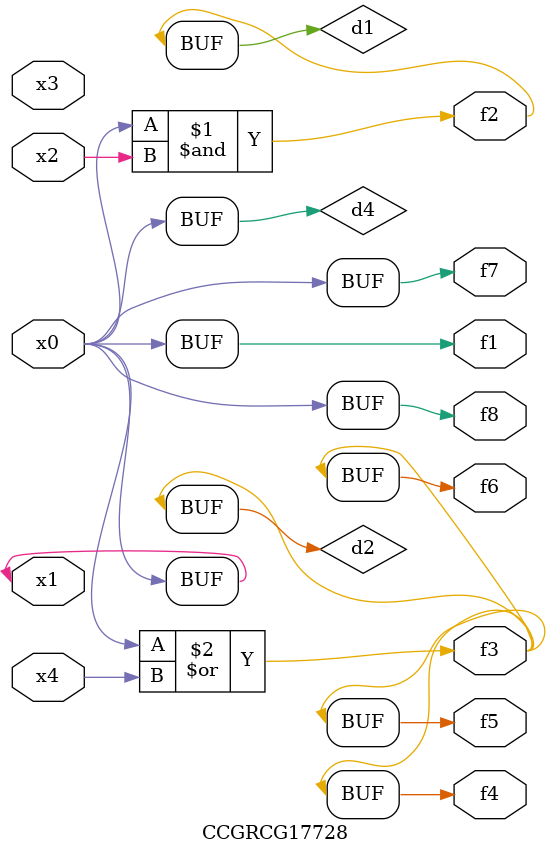
<source format=v>
module CCGRCG17728(
	input x0, x1, x2, x3, x4,
	output f1, f2, f3, f4, f5, f6, f7, f8
);

	wire d1, d2, d3, d4;

	and (d1, x0, x2);
	or (d2, x0, x4);
	nand (d3, x0, x2);
	buf (d4, x0, x1);
	assign f1 = d4;
	assign f2 = d1;
	assign f3 = d2;
	assign f4 = d2;
	assign f5 = d2;
	assign f6 = d2;
	assign f7 = d4;
	assign f8 = d4;
endmodule

</source>
